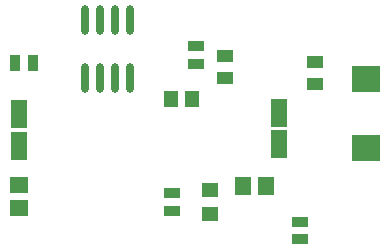
<source format=gtp>
G04*
G04 #@! TF.GenerationSoftware,Altium Limited,Altium Designer,21.0.9 (235)*
G04*
G04 Layer_Color=8421504*
%FSLAX25Y25*%
%MOIN*%
G70*
G04*
G04 #@! TF.SameCoordinates,75D1A4E6-31BD-42C8-8B3C-3027E6905E36*
G04*
G04*
G04 #@! TF.FilePolarity,Positive*
G04*
G01*
G75*
%ADD13O,0.02756X0.09843*%
%ADD14R,0.09252X0.08661*%
%ADD15R,0.05315X0.03740*%
%ADD16R,0.05315X0.06102*%
%ADD17R,0.05709X0.04724*%
%ADD18R,0.05315X0.03937*%
%ADD19R,0.03740X0.05315*%
%ADD20R,0.05315X0.09252*%
%ADD21R,0.06102X0.05315*%
%ADD22R,0.04528X0.05709*%
D13*
X54500Y66854D02*
D03*
X59500D02*
D03*
X64500D02*
D03*
X69500D02*
D03*
X54500Y86146D02*
D03*
X59500D02*
D03*
X64500D02*
D03*
X69500D02*
D03*
D14*
X148000Y66516D02*
D03*
Y43484D02*
D03*
D15*
X91500Y71547D02*
D03*
Y77453D02*
D03*
X83500Y22547D02*
D03*
Y28453D02*
D03*
X126000Y18953D02*
D03*
Y13047D02*
D03*
D16*
X114839Y31000D02*
D03*
X107161D02*
D03*
D17*
X96000Y21500D02*
D03*
Y29374D02*
D03*
D18*
X101000Y74043D02*
D03*
Y66957D02*
D03*
X131000Y64957D02*
D03*
Y72043D02*
D03*
D19*
X31047Y72000D02*
D03*
X36953D02*
D03*
D20*
X32500Y54716D02*
D03*
Y44284D02*
D03*
X119000Y44783D02*
D03*
Y55216D02*
D03*
D21*
X32500Y23661D02*
D03*
Y31339D02*
D03*
D22*
X89945Y60000D02*
D03*
X83055D02*
D03*
M02*

</source>
